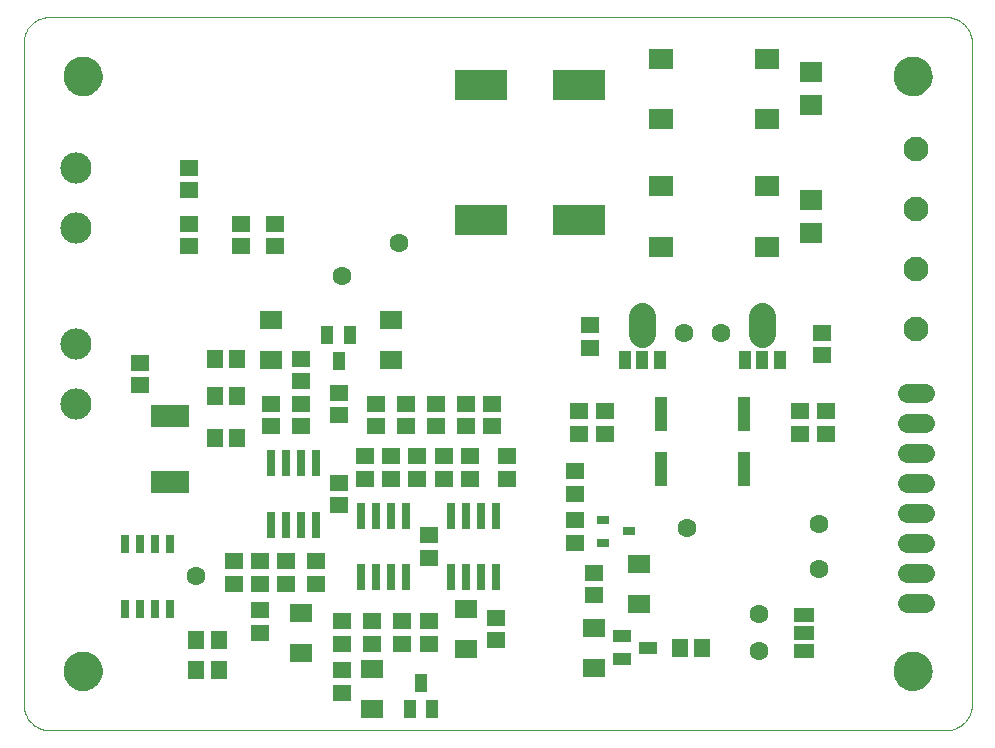
<source format=gts>
G75*
G70*
%OFA0B0*%
%FSLAX24Y24*%
%IPPOS*%
%LPD*%
%AMOC8*
5,1,8,0,0,1.08239X$1,22.5*
%
%ADD10C,0.0000*%
%ADD11C,0.1300*%
%ADD12R,0.0788X0.0709*%
%ADD13R,0.0631X0.0552*%
%ADD14R,0.0749X0.0670*%
%ADD15R,0.0434X0.0316*%
%ADD16R,0.1300X0.0749*%
%ADD17R,0.0280X0.0640*%
%ADD18R,0.0276X0.0906*%
%ADD19R,0.1733X0.1024*%
%ADD20R,0.0434X0.1142*%
%ADD21R,0.0552X0.0631*%
%ADD22R,0.0749X0.0591*%
%ADD23C,0.0906*%
%ADD24R,0.0413X0.0620*%
%ADD25C,0.1040*%
%ADD26C,0.0827*%
%ADD27C,0.0631*%
%ADD28C,0.0634*%
%ADD29R,0.0434X0.0591*%
%ADD30R,0.0591X0.0434*%
%ADD31R,0.0670X0.0500*%
D10*
X003736Y007660D02*
X033762Y007660D01*
X033763Y007660D02*
X033820Y007666D01*
X033877Y007676D01*
X033933Y007690D01*
X033988Y007708D01*
X034042Y007729D01*
X034094Y007754D01*
X034144Y007783D01*
X034192Y007815D01*
X034238Y007850D01*
X034282Y007888D01*
X034322Y007928D01*
X034360Y007972D01*
X034395Y008018D01*
X034427Y008066D01*
X034456Y008116D01*
X034481Y008168D01*
X034502Y008222D01*
X034520Y008277D01*
X034534Y008333D01*
X034544Y008390D01*
X034550Y008447D01*
X034550Y030637D01*
X034550Y030638D02*
X034544Y030695D01*
X034534Y030752D01*
X034520Y030808D01*
X034502Y030863D01*
X034481Y030917D01*
X034456Y030969D01*
X034427Y031019D01*
X034395Y031067D01*
X034360Y031113D01*
X034322Y031157D01*
X034282Y031197D01*
X034238Y031235D01*
X034192Y031270D01*
X034144Y031302D01*
X034094Y031331D01*
X034042Y031356D01*
X033988Y031377D01*
X033933Y031395D01*
X033877Y031409D01*
X033820Y031419D01*
X033763Y031425D01*
X033762Y031425D02*
X003736Y031425D01*
X003679Y031419D01*
X003622Y031409D01*
X003566Y031395D01*
X003511Y031377D01*
X003457Y031356D01*
X003405Y031331D01*
X003355Y031302D01*
X003307Y031270D01*
X003261Y031235D01*
X003217Y031197D01*
X003177Y031157D01*
X003139Y031113D01*
X003104Y031067D01*
X003072Y031019D01*
X003043Y030969D01*
X003018Y030917D01*
X002997Y030863D01*
X002979Y030808D01*
X002965Y030752D01*
X002955Y030695D01*
X002949Y030638D01*
X002949Y030637D02*
X002949Y008447D01*
X002955Y008390D01*
X002965Y008333D01*
X002979Y008277D01*
X002997Y008222D01*
X003018Y008168D01*
X003043Y008116D01*
X003072Y008066D01*
X003104Y008018D01*
X003139Y007972D01*
X003177Y007928D01*
X003217Y007888D01*
X003261Y007850D01*
X003307Y007815D01*
X003355Y007783D01*
X003405Y007754D01*
X003457Y007729D01*
X003511Y007708D01*
X003566Y007690D01*
X003622Y007676D01*
X003679Y007666D01*
X003736Y007660D01*
X004287Y009629D02*
X004289Y009679D01*
X004295Y009729D01*
X004305Y009778D01*
X004319Y009826D01*
X004336Y009873D01*
X004357Y009918D01*
X004382Y009962D01*
X004410Y010003D01*
X004442Y010042D01*
X004476Y010079D01*
X004513Y010113D01*
X004553Y010143D01*
X004595Y010170D01*
X004639Y010194D01*
X004685Y010215D01*
X004732Y010231D01*
X004780Y010244D01*
X004830Y010253D01*
X004879Y010258D01*
X004930Y010259D01*
X004980Y010256D01*
X005029Y010249D01*
X005078Y010238D01*
X005126Y010223D01*
X005172Y010205D01*
X005217Y010183D01*
X005260Y010157D01*
X005301Y010128D01*
X005340Y010096D01*
X005376Y010061D01*
X005408Y010023D01*
X005438Y009983D01*
X005465Y009940D01*
X005488Y009896D01*
X005507Y009850D01*
X005523Y009802D01*
X005535Y009753D01*
X005543Y009704D01*
X005547Y009654D01*
X005547Y009604D01*
X005543Y009554D01*
X005535Y009505D01*
X005523Y009456D01*
X005507Y009408D01*
X005488Y009362D01*
X005465Y009318D01*
X005438Y009275D01*
X005408Y009235D01*
X005376Y009197D01*
X005340Y009162D01*
X005301Y009130D01*
X005260Y009101D01*
X005217Y009075D01*
X005172Y009053D01*
X005126Y009035D01*
X005078Y009020D01*
X005029Y009009D01*
X004980Y009002D01*
X004930Y008999D01*
X004879Y009000D01*
X004830Y009005D01*
X004780Y009014D01*
X004732Y009027D01*
X004685Y009043D01*
X004639Y009064D01*
X004595Y009088D01*
X004553Y009115D01*
X004513Y009145D01*
X004476Y009179D01*
X004442Y009216D01*
X004410Y009255D01*
X004382Y009296D01*
X004357Y009340D01*
X004336Y009385D01*
X004319Y009432D01*
X004305Y009480D01*
X004295Y009529D01*
X004289Y009579D01*
X004287Y009629D01*
X004287Y029456D02*
X004289Y029506D01*
X004295Y029556D01*
X004305Y029605D01*
X004319Y029653D01*
X004336Y029700D01*
X004357Y029745D01*
X004382Y029789D01*
X004410Y029830D01*
X004442Y029869D01*
X004476Y029906D01*
X004513Y029940D01*
X004553Y029970D01*
X004595Y029997D01*
X004639Y030021D01*
X004685Y030042D01*
X004732Y030058D01*
X004780Y030071D01*
X004830Y030080D01*
X004879Y030085D01*
X004930Y030086D01*
X004980Y030083D01*
X005029Y030076D01*
X005078Y030065D01*
X005126Y030050D01*
X005172Y030032D01*
X005217Y030010D01*
X005260Y029984D01*
X005301Y029955D01*
X005340Y029923D01*
X005376Y029888D01*
X005408Y029850D01*
X005438Y029810D01*
X005465Y029767D01*
X005488Y029723D01*
X005507Y029677D01*
X005523Y029629D01*
X005535Y029580D01*
X005543Y029531D01*
X005547Y029481D01*
X005547Y029431D01*
X005543Y029381D01*
X005535Y029332D01*
X005523Y029283D01*
X005507Y029235D01*
X005488Y029189D01*
X005465Y029145D01*
X005438Y029102D01*
X005408Y029062D01*
X005376Y029024D01*
X005340Y028989D01*
X005301Y028957D01*
X005260Y028928D01*
X005217Y028902D01*
X005172Y028880D01*
X005126Y028862D01*
X005078Y028847D01*
X005029Y028836D01*
X004980Y028829D01*
X004930Y028826D01*
X004879Y028827D01*
X004830Y028832D01*
X004780Y028841D01*
X004732Y028854D01*
X004685Y028870D01*
X004639Y028891D01*
X004595Y028915D01*
X004553Y028942D01*
X004513Y028972D01*
X004476Y029006D01*
X004442Y029043D01*
X004410Y029082D01*
X004382Y029123D01*
X004357Y029167D01*
X004336Y029212D01*
X004319Y029259D01*
X004305Y029307D01*
X004295Y029356D01*
X004289Y029406D01*
X004287Y029456D01*
X031951Y029456D02*
X031953Y029506D01*
X031959Y029556D01*
X031969Y029605D01*
X031983Y029653D01*
X032000Y029700D01*
X032021Y029745D01*
X032046Y029789D01*
X032074Y029830D01*
X032106Y029869D01*
X032140Y029906D01*
X032177Y029940D01*
X032217Y029970D01*
X032259Y029997D01*
X032303Y030021D01*
X032349Y030042D01*
X032396Y030058D01*
X032444Y030071D01*
X032494Y030080D01*
X032543Y030085D01*
X032594Y030086D01*
X032644Y030083D01*
X032693Y030076D01*
X032742Y030065D01*
X032790Y030050D01*
X032836Y030032D01*
X032881Y030010D01*
X032924Y029984D01*
X032965Y029955D01*
X033004Y029923D01*
X033040Y029888D01*
X033072Y029850D01*
X033102Y029810D01*
X033129Y029767D01*
X033152Y029723D01*
X033171Y029677D01*
X033187Y029629D01*
X033199Y029580D01*
X033207Y029531D01*
X033211Y029481D01*
X033211Y029431D01*
X033207Y029381D01*
X033199Y029332D01*
X033187Y029283D01*
X033171Y029235D01*
X033152Y029189D01*
X033129Y029145D01*
X033102Y029102D01*
X033072Y029062D01*
X033040Y029024D01*
X033004Y028989D01*
X032965Y028957D01*
X032924Y028928D01*
X032881Y028902D01*
X032836Y028880D01*
X032790Y028862D01*
X032742Y028847D01*
X032693Y028836D01*
X032644Y028829D01*
X032594Y028826D01*
X032543Y028827D01*
X032494Y028832D01*
X032444Y028841D01*
X032396Y028854D01*
X032349Y028870D01*
X032303Y028891D01*
X032259Y028915D01*
X032217Y028942D01*
X032177Y028972D01*
X032140Y029006D01*
X032106Y029043D01*
X032074Y029082D01*
X032046Y029123D01*
X032021Y029167D01*
X032000Y029212D01*
X031983Y029259D01*
X031969Y029307D01*
X031959Y029356D01*
X031953Y029406D01*
X031951Y029456D01*
X031951Y009629D02*
X031953Y009679D01*
X031959Y009729D01*
X031969Y009778D01*
X031983Y009826D01*
X032000Y009873D01*
X032021Y009918D01*
X032046Y009962D01*
X032074Y010003D01*
X032106Y010042D01*
X032140Y010079D01*
X032177Y010113D01*
X032217Y010143D01*
X032259Y010170D01*
X032303Y010194D01*
X032349Y010215D01*
X032396Y010231D01*
X032444Y010244D01*
X032494Y010253D01*
X032543Y010258D01*
X032594Y010259D01*
X032644Y010256D01*
X032693Y010249D01*
X032742Y010238D01*
X032790Y010223D01*
X032836Y010205D01*
X032881Y010183D01*
X032924Y010157D01*
X032965Y010128D01*
X033004Y010096D01*
X033040Y010061D01*
X033072Y010023D01*
X033102Y009983D01*
X033129Y009940D01*
X033152Y009896D01*
X033171Y009850D01*
X033187Y009802D01*
X033199Y009753D01*
X033207Y009704D01*
X033211Y009654D01*
X033211Y009604D01*
X033207Y009554D01*
X033199Y009505D01*
X033187Y009456D01*
X033171Y009408D01*
X033152Y009362D01*
X033129Y009318D01*
X033102Y009275D01*
X033072Y009235D01*
X033040Y009197D01*
X033004Y009162D01*
X032965Y009130D01*
X032924Y009101D01*
X032881Y009075D01*
X032836Y009053D01*
X032790Y009035D01*
X032742Y009020D01*
X032693Y009009D01*
X032644Y009002D01*
X032594Y008999D01*
X032543Y009000D01*
X032494Y009005D01*
X032444Y009014D01*
X032396Y009027D01*
X032349Y009043D01*
X032303Y009064D01*
X032259Y009088D01*
X032217Y009115D01*
X032177Y009145D01*
X032140Y009179D01*
X032106Y009216D01*
X032074Y009255D01*
X032046Y009296D01*
X032021Y009340D01*
X032000Y009385D01*
X031983Y009432D01*
X031969Y009480D01*
X031959Y009529D01*
X031953Y009579D01*
X031951Y009629D01*
D11*
X032581Y009629D03*
X032581Y029456D03*
X004917Y029456D03*
X004917Y009629D03*
D12*
X024177Y023781D03*
X024177Y025789D03*
X024177Y028031D03*
X024177Y030039D03*
X027720Y030039D03*
X027720Y028031D03*
X027720Y025789D03*
X027720Y023781D03*
D13*
X029574Y020909D03*
X029574Y020161D03*
X029699Y018284D03*
X029699Y017536D03*
X028824Y017536D03*
X028824Y018284D03*
X022324Y018284D03*
X022324Y017536D03*
X021449Y017536D03*
X021449Y018284D03*
X021324Y016284D03*
X021324Y015536D03*
X021324Y014659D03*
X021324Y013911D03*
X021949Y012909D03*
X021949Y012161D03*
X018699Y011409D03*
X018699Y010661D03*
X016449Y010536D03*
X016449Y011284D03*
X015574Y011284D03*
X015574Y010536D03*
X014574Y010536D03*
X014574Y011284D03*
X013574Y011284D03*
X013574Y010536D03*
X013574Y009659D03*
X013574Y008911D03*
X010824Y010911D03*
X010824Y011659D03*
X010824Y012536D03*
X010824Y013284D03*
X011699Y013284D03*
X011699Y012536D03*
X012699Y012536D03*
X012699Y013284D03*
X013449Y015161D03*
X013449Y015909D03*
X014324Y016036D03*
X014324Y016784D03*
X015199Y016784D03*
X015199Y016036D03*
X016074Y016036D03*
X016074Y016784D03*
X016949Y016784D03*
X016949Y016036D03*
X017824Y016036D03*
X017824Y016784D03*
X017699Y017786D03*
X017699Y018534D03*
X018574Y018534D03*
X018574Y017786D03*
X019074Y016784D03*
X019074Y016036D03*
X016699Y017786D03*
X016699Y018534D03*
X015699Y018534D03*
X015699Y017786D03*
X014699Y017786D03*
X014699Y018534D03*
X013449Y018161D03*
X013449Y018909D03*
X012199Y018534D03*
X012199Y019286D03*
X012199Y020034D03*
X011199Y018534D03*
X011199Y017786D03*
X012199Y017786D03*
X009949Y013284D03*
X009949Y012536D03*
X016449Y013411D03*
X016449Y014159D03*
X021824Y020411D03*
X021824Y021159D03*
X011324Y023786D03*
X011324Y024534D03*
X010199Y024534D03*
X010199Y023786D03*
X008449Y023786D03*
X008449Y024534D03*
X008449Y025661D03*
X008449Y026409D03*
X006824Y019909D03*
X006824Y019161D03*
D14*
X029199Y024234D03*
X029199Y025336D03*
X029199Y028484D03*
X029199Y029586D03*
D15*
X022265Y014659D03*
X022265Y013911D03*
X023132Y014285D03*
D16*
X007824Y015933D03*
X007824Y018137D03*
D17*
X007824Y013865D03*
X007324Y013865D03*
X006824Y013865D03*
X006324Y013865D03*
X006324Y011705D03*
X006824Y011705D03*
X007324Y011705D03*
X007824Y011705D03*
D18*
X011199Y014511D03*
X011699Y014511D03*
X012199Y014511D03*
X012699Y014511D03*
X014199Y014809D03*
X014699Y014809D03*
X015199Y014809D03*
X015699Y014809D03*
X017199Y014809D03*
X017699Y014809D03*
X018199Y014809D03*
X018699Y014809D03*
X018699Y012761D03*
X018199Y012761D03*
X017699Y012761D03*
X017199Y012761D03*
X015699Y012761D03*
X015199Y012761D03*
X014699Y012761D03*
X014199Y012761D03*
X012699Y016559D03*
X012199Y016559D03*
X011699Y016559D03*
X011199Y016559D03*
D19*
X018190Y024660D03*
X021457Y024660D03*
X021457Y029160D03*
X018190Y029160D03*
D20*
X024199Y018210D03*
X024199Y016360D03*
X026949Y016360D03*
X026949Y018210D03*
D21*
X025573Y010410D03*
X024824Y010410D03*
X010073Y017410D03*
X009324Y017410D03*
X009324Y018785D03*
X010073Y018785D03*
X010073Y020035D03*
X009324Y020035D03*
X009448Y010660D03*
X008699Y010660D03*
X008699Y009660D03*
X009448Y009660D03*
D22*
X012199Y010241D03*
X012199Y011579D03*
X014574Y009704D03*
X014574Y008366D03*
X017699Y010366D03*
X017699Y011704D03*
X021949Y011079D03*
X021949Y009741D03*
X023449Y011866D03*
X023449Y013204D03*
X015199Y019991D03*
X015199Y021329D03*
X011199Y021329D03*
X011199Y019991D03*
D23*
X023574Y020860D02*
X023574Y021450D01*
X027574Y021450D02*
X027574Y020860D01*
D24*
X027574Y020003D03*
X028164Y020003D03*
X026983Y020003D03*
X024164Y020003D03*
X023574Y020003D03*
X022983Y020003D03*
D25*
X004689Y020527D03*
X004689Y018527D03*
X004689Y024402D03*
X004689Y026402D03*
D26*
X032708Y027043D03*
X032708Y025043D03*
X032708Y023043D03*
X032708Y021043D03*
D27*
X026199Y020910D03*
X024949Y020910D03*
X029449Y014535D03*
X029449Y013035D03*
X027449Y011535D03*
X027449Y010285D03*
X025074Y014410D03*
X015449Y023910D03*
X013574Y022785D03*
X008699Y012785D03*
D28*
X032402Y012910D02*
X032995Y012910D01*
X032995Y011910D02*
X032402Y011910D01*
X032402Y013910D02*
X032995Y013910D01*
X032995Y014910D02*
X032402Y014910D01*
X032402Y015910D02*
X032995Y015910D01*
X032995Y016910D02*
X032402Y016910D01*
X032402Y017910D02*
X032995Y017910D01*
X032995Y018910D02*
X032402Y018910D01*
D29*
X016573Y008352D03*
X015824Y008352D03*
X016199Y009218D03*
X013449Y019977D03*
X013823Y020843D03*
X013074Y020843D03*
D30*
X022890Y010784D03*
X022890Y010036D03*
X023757Y010410D03*
D31*
X028949Y010310D03*
X028949Y010910D03*
X028949Y011510D03*
M02*

</source>
